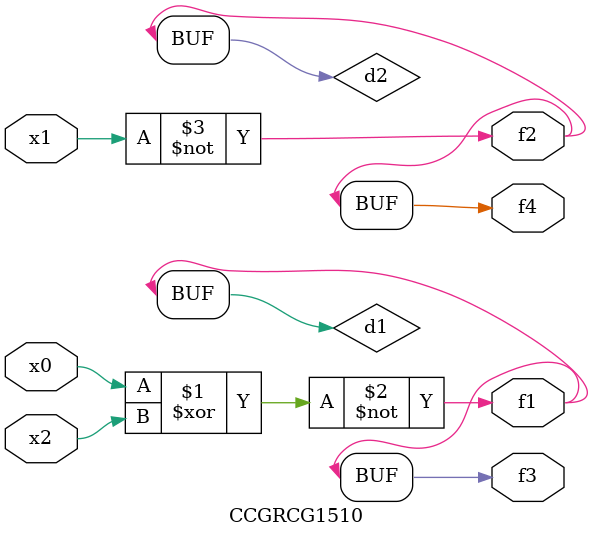
<source format=v>
module CCGRCG1510(
	input x0, x1, x2,
	output f1, f2, f3, f4
);

	wire d1, d2, d3;

	xnor (d1, x0, x2);
	nand (d2, x1);
	nor (d3, x1, x2);
	assign f1 = d1;
	assign f2 = d2;
	assign f3 = d1;
	assign f4 = d2;
endmodule

</source>
